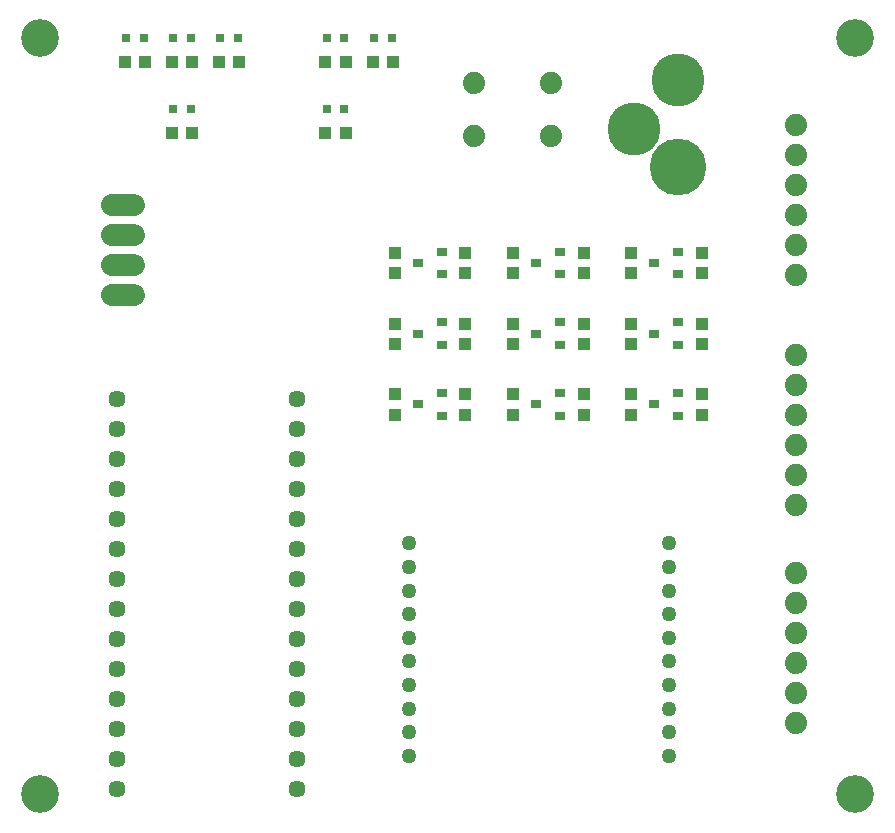
<source format=gbr>
G04 EAGLE Gerber RS-274X export*
G75*
%MOMM*%
%FSLAX34Y34*%
%LPD*%
%INSoldermask Top*%
%IPPOS*%
%AMOC8*
5,1,8,0,0,1.08239X$1,22.5*%
G01*
%ADD10C,3.200000*%
%ADD11C,1.447800*%
%ADD12C,1.270000*%
%ADD13R,0.900000X0.800000*%
%ADD14R,1.000000X1.100000*%
%ADD15C,1.879600*%
%ADD16C,1.879600*%
%ADD17C,4.800000*%
%ADD18C,4.495800*%
%ADD19R,0.800000X0.800000*%
%ADD20R,1.100000X1.000000*%


D10*
X30000Y670000D03*
X720000Y670000D03*
X720000Y30000D03*
X30000Y30000D03*
D11*
X247800Y34400D03*
X247800Y59800D03*
X247800Y85200D03*
X247800Y110600D03*
X247800Y136000D03*
X247800Y161400D03*
X247800Y186800D03*
X247800Y212200D03*
X247800Y237600D03*
X247800Y263000D03*
X247800Y288400D03*
X247800Y313800D03*
X247800Y339200D03*
X247800Y364600D03*
X95400Y364600D03*
X95400Y339200D03*
X95400Y313800D03*
X95400Y288400D03*
X95400Y263000D03*
X95400Y237600D03*
X95400Y212200D03*
X95400Y186800D03*
X95400Y161400D03*
X95400Y136000D03*
X95400Y110600D03*
X95400Y85200D03*
X95400Y59800D03*
X95400Y34400D03*
D12*
X342500Y242400D03*
X342500Y222400D03*
X342500Y202400D03*
X342500Y182400D03*
X342500Y162400D03*
X342500Y142400D03*
X342500Y122400D03*
X342500Y102400D03*
X342500Y82400D03*
X342500Y62400D03*
X562500Y62400D03*
X562500Y82400D03*
X562500Y102400D03*
X562500Y122400D03*
X562500Y142400D03*
X562500Y162400D03*
X562500Y182400D03*
X562500Y202400D03*
X562500Y222400D03*
X562500Y242400D03*
D13*
X370000Y350500D03*
X370000Y369500D03*
X350000Y360000D03*
D14*
X390000Y368500D03*
X390000Y351500D03*
X330000Y351500D03*
X330000Y368500D03*
D13*
X370000Y410500D03*
X370000Y429500D03*
X350000Y420000D03*
D14*
X390000Y428500D03*
X390000Y411500D03*
X330000Y411500D03*
X330000Y428500D03*
D13*
X370000Y470500D03*
X370000Y489500D03*
X350000Y480000D03*
D14*
X390000Y488500D03*
X390000Y471500D03*
X330000Y471500D03*
X330000Y488500D03*
D13*
X470000Y350500D03*
X470000Y369500D03*
X450000Y360000D03*
D14*
X490000Y368500D03*
X490000Y351500D03*
X430000Y351500D03*
X430000Y368500D03*
D13*
X470000Y410500D03*
X470000Y429500D03*
X450000Y420000D03*
D14*
X490000Y428500D03*
X490000Y411500D03*
X430000Y411500D03*
X430000Y428500D03*
D13*
X470000Y470500D03*
X470000Y489500D03*
X450000Y480000D03*
D14*
X490000Y488500D03*
X490000Y471500D03*
X430000Y471500D03*
X430000Y488500D03*
D13*
X570000Y350500D03*
X570000Y369500D03*
X550000Y360000D03*
D14*
X590000Y368500D03*
X590000Y351500D03*
X530000Y351500D03*
X530000Y368500D03*
D13*
X570000Y410500D03*
X570000Y429500D03*
X550000Y420000D03*
D14*
X590000Y428500D03*
X590000Y411500D03*
X530000Y411500D03*
X530000Y428500D03*
D13*
X570000Y470500D03*
X570000Y489500D03*
X550000Y480000D03*
D14*
X590000Y488500D03*
X590000Y471500D03*
X530000Y471500D03*
X530000Y488500D03*
D15*
X670000Y470000D03*
X670000Y495400D03*
X670000Y520800D03*
X670000Y546200D03*
X670000Y571600D03*
X670000Y597000D03*
X670000Y275000D03*
X670000Y300400D03*
X670000Y325800D03*
X670000Y351200D03*
X670000Y376600D03*
X670000Y402000D03*
X670000Y90000D03*
X670000Y115400D03*
X670000Y140800D03*
X670000Y166200D03*
X670000Y191600D03*
X670000Y217000D03*
D16*
X109398Y452500D02*
X90602Y452500D01*
X90602Y477900D02*
X109398Y477900D01*
X109398Y503300D02*
X90602Y503300D01*
X90602Y528700D02*
X109398Y528700D01*
D17*
X570000Y561222D03*
D18*
X569746Y634430D03*
X532384Y593000D03*
D15*
X397488Y632606D03*
X462512Y632606D03*
X397488Y587394D03*
X462512Y587394D03*
D19*
X102500Y670000D03*
X117500Y670000D03*
X142500Y670000D03*
X157500Y670000D03*
D20*
X101500Y650000D03*
X118500Y650000D03*
X141500Y650000D03*
X158500Y650000D03*
D19*
X142500Y610000D03*
X157500Y610000D03*
X182500Y670000D03*
X197500Y670000D03*
D20*
X141500Y590000D03*
X158500Y590000D03*
X181500Y650000D03*
X198500Y650000D03*
D19*
X272500Y670000D03*
X287500Y670000D03*
X312500Y670000D03*
X327500Y670000D03*
D20*
X271500Y650000D03*
X288500Y650000D03*
X311500Y650000D03*
X328500Y650000D03*
D19*
X272500Y610000D03*
X287500Y610000D03*
D20*
X271500Y590000D03*
X288500Y590000D03*
M02*

</source>
